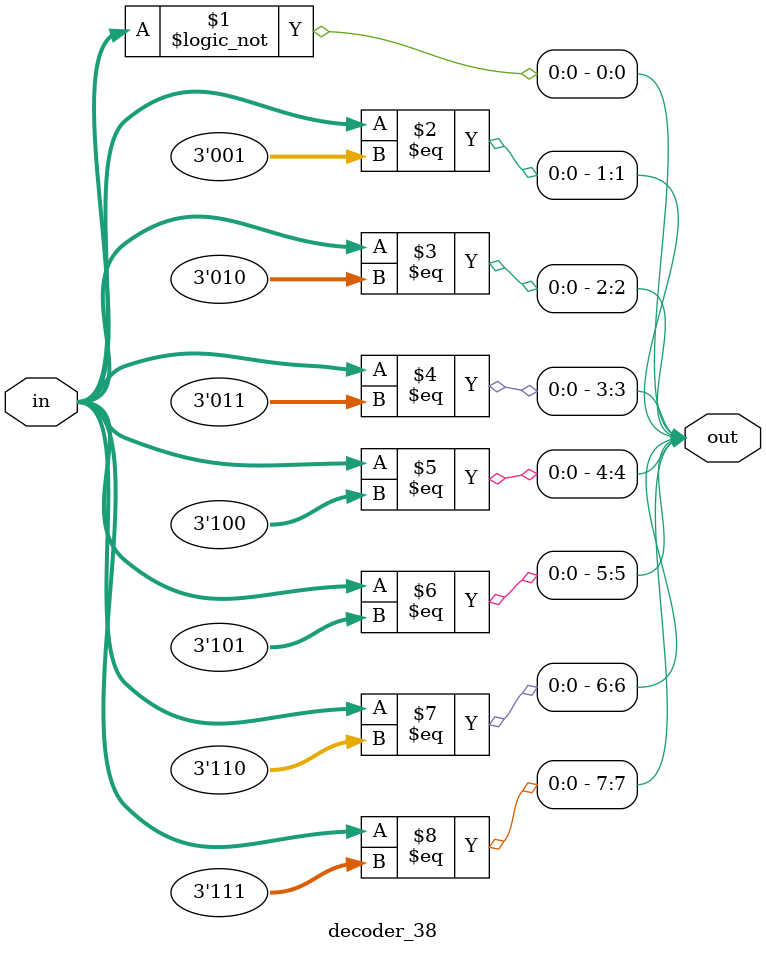
<source format=v>
`timescale 1ns / 1ps


module decoder_38(
    input wire [2:0]in,
    output  wire [7:0]out
    );
    assign out[0] = (in == 3'd0);
    assign out[1] = (in == 3'd1);
    assign out[2] = (in == 3'd2);
    assign out[3] = (in == 3'd3);
    assign out[4] = (in == 3'd4);
    assign out[5] = (in == 3'd5);
    assign out[6] = (in == 3'd6);
    assign out[7] = (in == 3'd7);
    
endmodule

</source>
